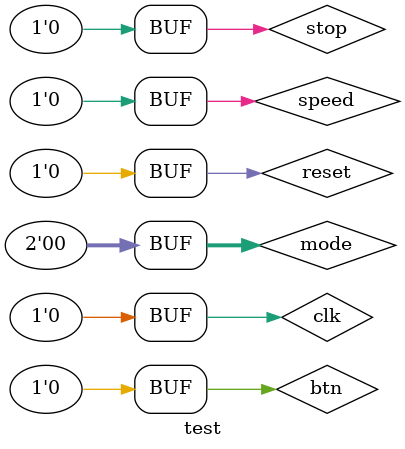
<source format=v>
`timescale 1ns / 1ps


module test;

	// Inputs
	reg clk;
	reg reset;
	reg btn;
	reg stop;
	reg speed;
	reg [1:0] mode;

	// Outputs
	wire lcd_rs;
	wire lcd_rw;
	wire lcd_e;
	wire lcd_4;
	wire lcd_5;
	wire lcd_6;
	wire lcd_7;
	wire [3:0] ONES;
	wire [3:0] TENS;
	wire [1:0] HUNDREDS;
	wire [7:0] LED;

	// Instantiate the Unit Under Test (UUT)
	modultop uut (
		.clk(clk), 
		.reset(reset), 
		.btn(btn), 
		.stop(stop), 
		.speed(speed), 
		.mode(mode), 
		.lcd_rs(lcd_rs), 
		.lcd_rw(lcd_rw), 
		.lcd_e(lcd_e), 
		.lcd_4(lcd_4), 
		.lcd_5(lcd_5), 
		.lcd_6(lcd_6), 
		.lcd_7(lcd_7), 
		.ONES(ONES), 
		.TENS(TENS), 
		.HUNDREDS(HUNDREDS), 
		.LED(LED)
	);

	initial begin
		// Initialize Inputs
		clk = 0;
		reset = 0;
		btn = 0;
		stop = 0;
		speed = 0;
		mode = 0;

		// Wait 100 ns for global reset to finish
		#100;
        
		// Add stimulus here

	end
      
endmodule


</source>
